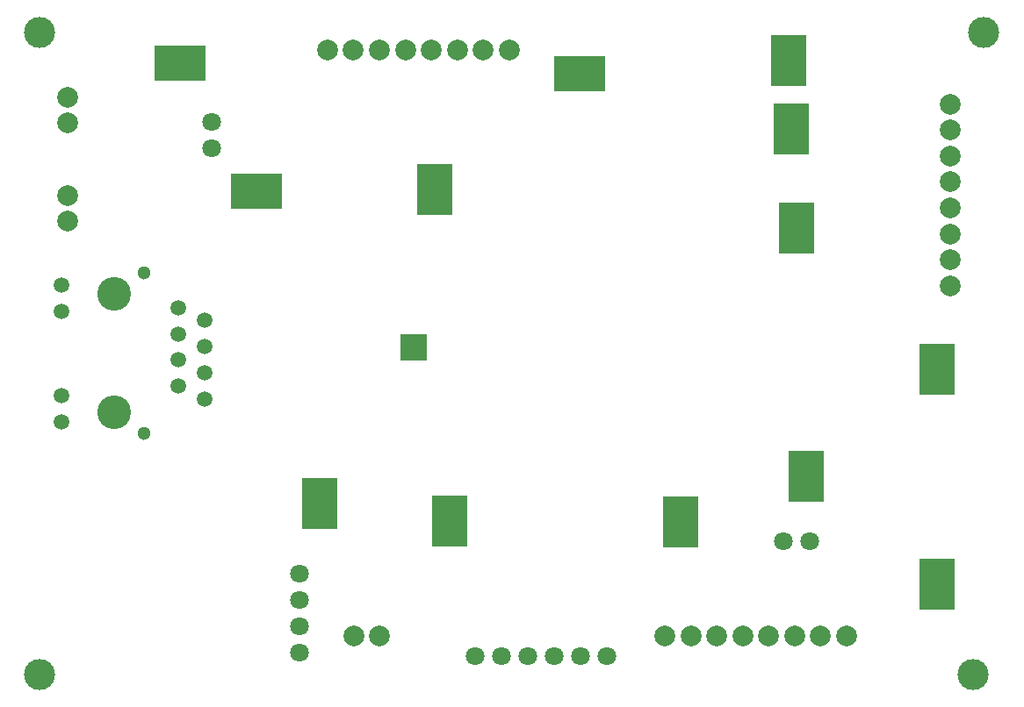
<source format=gbs>
G04 #@! TF.FileFunction,Soldermask,Bot*
%FSLAX46Y46*%
G04 Gerber Fmt 4.6, Leading zero omitted, Abs format (unit mm)*
G04 Created by KiCad (PCBNEW 4.0.6-e0-6349~53~ubuntu16.04.1) date Sat Aug  5 15:27:13 2017*
%MOMM*%
%LPD*%
G01*
G04 APERTURE LIST*
%ADD10C,0.150000*%
%ADD11C,2.000000*%
%ADD12C,3.000000*%
%ADD13C,1.800000*%
%ADD14R,2.499360X2.499360*%
%ADD15C,1.500000*%
%ADD16C,3.250000*%
%ADD17C,1.300000*%
%ADD18R,3.000000X3.000000*%
%ADD19C,0.300000*%
%ADD20R,3.400000X5.000000*%
%ADD21R,5.000000X3.400000*%
G04 APERTURE END LIST*
D10*
D11*
X128725000Y-60725000D03*
X131225000Y-60725000D03*
X121225000Y-60725000D03*
X118725000Y-60725000D03*
X123725000Y-60725000D03*
X126225000Y-60725000D03*
X136225000Y-60725000D03*
X133725000Y-60725000D03*
D12*
X91000000Y-121000000D03*
X91000000Y-59000000D03*
X181000000Y-121000000D03*
X182000000Y-59000000D03*
D13*
X143089680Y-119200000D03*
X145629680Y-119200000D03*
X132950000Y-119200000D03*
X135490000Y-119200000D03*
X140559840Y-119200000D03*
X138019840Y-119200000D03*
D11*
X178800000Y-75950000D03*
X178800000Y-78450000D03*
X178800000Y-68450000D03*
X178800000Y-65950000D03*
X178800000Y-70950000D03*
X178800000Y-73450000D03*
X178800000Y-83450000D03*
X178800000Y-80950000D03*
X158750000Y-117300000D03*
X156250000Y-117300000D03*
X166250000Y-117300000D03*
X168750000Y-117300000D03*
X163750000Y-117300000D03*
X161250000Y-117300000D03*
X151250000Y-117300000D03*
X153750000Y-117300000D03*
D14*
X127010000Y-89430000D03*
D15*
X93100000Y-83375000D03*
X93100000Y-85915000D03*
X93100000Y-94085000D03*
X93100000Y-96625000D03*
X104350000Y-85560000D03*
X104350000Y-90630000D03*
X104350000Y-88100000D03*
X104350000Y-93170000D03*
X106890000Y-86820000D03*
X106890000Y-91900000D03*
X106890000Y-89360000D03*
D16*
X98132080Y-95715000D03*
X98132080Y-84285000D03*
D17*
X101050000Y-82255000D03*
X101050000Y-97745000D03*
D15*
X106890000Y-94440000D03*
D13*
X116000000Y-118850000D03*
X116000000Y-116310000D03*
X116000000Y-111240160D03*
X116000000Y-113780160D03*
X107575000Y-70234840D03*
X107575000Y-67694840D03*
D11*
X93700000Y-77250000D03*
X93700000Y-74750000D03*
X93700000Y-67750000D03*
X93700000Y-65250000D03*
X123750000Y-117300000D03*
X121250000Y-117300000D03*
D13*
X165209840Y-108100000D03*
X162669840Y-108100000D03*
D18*
X118000000Y-104500000D03*
D19*
X118000000Y-102300000D03*
X119100000Y-102300000D03*
X116900000Y-102300000D03*
X116900000Y-106700000D03*
X119100000Y-106700000D03*
X118000000Y-106700000D03*
X118000000Y-105600000D03*
X119100000Y-105600000D03*
X116900000Y-105600000D03*
X116900000Y-103400000D03*
X119100000Y-103400000D03*
X118000000Y-103400000D03*
D20*
X118000000Y-104500000D03*
D19*
X118000000Y-104500000D03*
X119100000Y-104500000D03*
X116900000Y-104500000D03*
D18*
X130525000Y-106175000D03*
D19*
X130525000Y-103975000D03*
X131625000Y-103975000D03*
X129425000Y-103975000D03*
X129425000Y-108375000D03*
X131625000Y-108375000D03*
X130525000Y-108375000D03*
X130525000Y-107275000D03*
X131625000Y-107275000D03*
X129425000Y-107275000D03*
X129425000Y-105075000D03*
X131625000Y-105075000D03*
X130525000Y-105075000D03*
D20*
X130525000Y-106175000D03*
D19*
X130525000Y-106175000D03*
X131625000Y-106175000D03*
X129425000Y-106175000D03*
D18*
X152750000Y-106270000D03*
D19*
X152750000Y-104070000D03*
X153850000Y-104070000D03*
X151650000Y-104070000D03*
X151650000Y-108470000D03*
X153850000Y-108470000D03*
X152750000Y-108470000D03*
X152750000Y-107370000D03*
X153850000Y-107370000D03*
X151650000Y-107370000D03*
X151650000Y-105170000D03*
X153850000Y-105170000D03*
X152750000Y-105170000D03*
D20*
X152750000Y-106270000D03*
D19*
X152750000Y-106270000D03*
X153850000Y-106270000D03*
X151650000Y-106270000D03*
D18*
X164900000Y-101880000D03*
D19*
X164900000Y-99680000D03*
X166000000Y-99680000D03*
X163800000Y-99680000D03*
X163800000Y-104080000D03*
X166000000Y-104080000D03*
X164900000Y-104080000D03*
X164900000Y-102980000D03*
X166000000Y-102980000D03*
X163800000Y-102980000D03*
X163800000Y-100780000D03*
X166000000Y-100780000D03*
X164900000Y-100780000D03*
D20*
X164900000Y-101880000D03*
D19*
X164900000Y-101880000D03*
X166000000Y-101880000D03*
X163800000Y-101880000D03*
D18*
X177450000Y-112290000D03*
D19*
X177450000Y-110090000D03*
X178550000Y-110090000D03*
X176350000Y-110090000D03*
X176350000Y-114490000D03*
X178550000Y-114490000D03*
X177450000Y-114490000D03*
X177450000Y-113390000D03*
X178550000Y-113390000D03*
X176350000Y-113390000D03*
X176350000Y-111190000D03*
X178550000Y-111190000D03*
X177450000Y-111190000D03*
D20*
X177450000Y-112290000D03*
D19*
X177450000Y-112290000D03*
X178550000Y-112290000D03*
X176350000Y-112290000D03*
D18*
X177500000Y-91550000D03*
D19*
X177500000Y-93750000D03*
X176400000Y-93750000D03*
X178600000Y-93750000D03*
X178600000Y-89350000D03*
X176400000Y-89350000D03*
X177500000Y-89350000D03*
X177500000Y-90450000D03*
X176400000Y-90450000D03*
X178600000Y-90450000D03*
X178600000Y-92650000D03*
X176400000Y-92650000D03*
X177500000Y-92650000D03*
D20*
X177500000Y-91550000D03*
D19*
X177500000Y-91550000D03*
X176400000Y-91550000D03*
X178600000Y-91550000D03*
D18*
X163900000Y-77900000D03*
D19*
X163900000Y-75700000D03*
X165000000Y-75700000D03*
X162800000Y-75700000D03*
X162800000Y-80100000D03*
X165000000Y-80100000D03*
X163900000Y-80100000D03*
X163900000Y-79000000D03*
X165000000Y-79000000D03*
X162800000Y-79000000D03*
X162800000Y-76800000D03*
X165000000Y-76800000D03*
X163900000Y-76800000D03*
D20*
X163900000Y-77900000D03*
D19*
X163900000Y-77900000D03*
X165000000Y-77900000D03*
X162800000Y-77900000D03*
D18*
X163475000Y-68350000D03*
D19*
X163475000Y-66150000D03*
X164575000Y-66150000D03*
X162375000Y-66150000D03*
X162375000Y-70550000D03*
X164575000Y-70550000D03*
X163475000Y-70550000D03*
X163475000Y-69450000D03*
X164575000Y-69450000D03*
X162375000Y-69450000D03*
X162375000Y-67250000D03*
X164575000Y-67250000D03*
X163475000Y-67250000D03*
D20*
X163475000Y-68350000D03*
D19*
X163475000Y-68350000D03*
X164575000Y-68350000D03*
X162375000Y-68350000D03*
D18*
X163200000Y-61700000D03*
D19*
X163200000Y-59500000D03*
X164300000Y-59500000D03*
X162100000Y-59500000D03*
X162100000Y-63900000D03*
X164300000Y-63900000D03*
X163200000Y-63900000D03*
X163200000Y-62800000D03*
X164300000Y-62800000D03*
X162100000Y-62800000D03*
X162100000Y-60600000D03*
X164300000Y-60600000D03*
X163200000Y-60600000D03*
D20*
X163200000Y-61700000D03*
D19*
X163200000Y-61700000D03*
X164300000Y-61700000D03*
X162100000Y-61700000D03*
D18*
X143000000Y-63000000D03*
D19*
X145200000Y-63000000D03*
X145200000Y-64100000D03*
X145200000Y-61900000D03*
X140800000Y-61900000D03*
X140800000Y-64100000D03*
X140800000Y-63000000D03*
X141900000Y-63000000D03*
X141900000Y-64100000D03*
X141900000Y-61900000D03*
X144100000Y-61900000D03*
X144100000Y-64100000D03*
X144100000Y-63000000D03*
D21*
X143000000Y-63000000D03*
D19*
X143000000Y-63000000D03*
X143000000Y-64100000D03*
X143000000Y-61900000D03*
D18*
X129025000Y-74150000D03*
D19*
X129025000Y-76350000D03*
X127925000Y-76350000D03*
X130125000Y-76350000D03*
X130125000Y-71950000D03*
X127925000Y-71950000D03*
X129025000Y-71950000D03*
X129025000Y-73050000D03*
X127925000Y-73050000D03*
X130125000Y-73050000D03*
X130125000Y-75250000D03*
X127925000Y-75250000D03*
X129025000Y-75250000D03*
D20*
X129025000Y-74150000D03*
D19*
X129025000Y-74150000D03*
X127925000Y-74150000D03*
X130125000Y-74150000D03*
D18*
X111900000Y-74300000D03*
D19*
X109700000Y-74300000D03*
X109700000Y-73200000D03*
X109700000Y-75400000D03*
X114100000Y-75400000D03*
X114100000Y-73200000D03*
X114100000Y-74300000D03*
X113000000Y-74300000D03*
X113000000Y-73200000D03*
X113000000Y-75400000D03*
X110800000Y-75400000D03*
X110800000Y-73200000D03*
X110800000Y-74300000D03*
D21*
X111900000Y-74300000D03*
D19*
X111900000Y-74300000D03*
X111900000Y-73200000D03*
X111900000Y-75400000D03*
D18*
X104500000Y-62000000D03*
D19*
X102300000Y-62000000D03*
X102300000Y-60900000D03*
X102300000Y-63100000D03*
X106700000Y-63100000D03*
X106700000Y-60900000D03*
X106700000Y-62000000D03*
X105600000Y-62000000D03*
X105600000Y-60900000D03*
X105600000Y-63100000D03*
X103400000Y-63100000D03*
X103400000Y-60900000D03*
X103400000Y-62000000D03*
D21*
X104500000Y-62000000D03*
D19*
X104500000Y-62000000D03*
X104500000Y-60900000D03*
X104500000Y-63100000D03*
M02*

</source>
